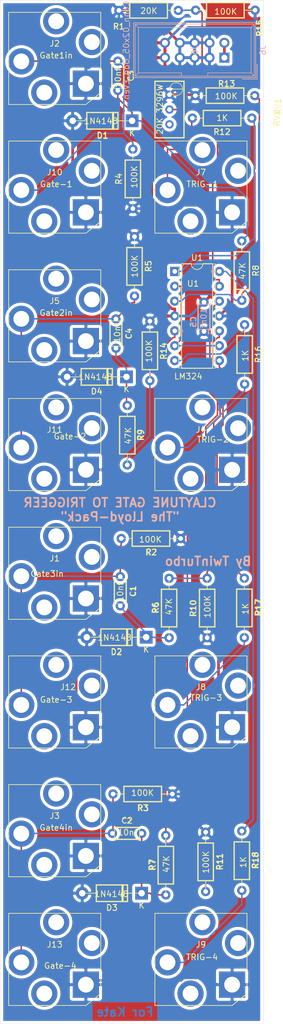
<source format=kicad_pcb>
(kicad_pcb (version 20171130) (host pcbnew "(5.1.5)-3")
  (layers (0 F.Cu signal) (31 B.Cu signal) (34 B.Paste user) (35 F.Paste user) (36 B.SilkS user) (37 F.SilkS user) (38 B.Mask user) (39 F.Mask user) (44 Edge.Cuts user))
  (net 0 "")
  (net 1 "Net-(C1-Pad2)")
  (net 2 GND)
  (net 3 "Net-(C2-Pad2)")
  (net 4 "Net-(C3-Pad2)")
  (net 5 "Net-(J1-PadTN)")
  (net 6 "Net-(J1-PadSN)")
  (net 7 "Net-(J1-PadS)")
  (net 8 "Net-(J2-PadSN)")
  (net 9 "Net-(J2-PadS)")
  (net 10 "Net-(J3-PadTN)")
  (net 11 "Net-(J3-PadSN)")
  (net 12 "Net-(J3-PadS)")
  (net 13 "Net-(J4-PadTN)")
  (net 14 "Net-(J4-PadSN)")
  (net 15 "Net-(J4-PadS)")
  (net 16 "Net-(J5-PadTN)")
  (net 17 "Net-(J5-PadSN)")
  (net 18 "Net-(J5-PadS)")
  (net 19 +12V)
  (net 20 -12V)
  (net 21 "Net-(R1-Pad2)")
  (net 22 Gate3)
  (net 23 Gate4)
  (net 24 Gate1)
  (net 25 Gate2)
  (net 26 "Net-(C4-Pad2)")
  (net 27 "Net-(J2-PadTN)")
  (net 28 Trig2)
  (net 29 "Net-(J7-PadS)")
  (net 30 Trig1)
  (net 31 "Net-(J7-PadSN)")
  (net 32 "Net-(J7-PadTN)")
  (net 33 "Net-(J8-PadS)")
  (net 34 Trig3)
  (net 35 "Net-(J8-PadSN)")
  (net 36 "Net-(J8-PadTN)")
  (net 37 "Net-(J9-PadS)")
  (net 38 Trig4)
  (net 39 "Net-(J9-PadSN)")
  (net 40 "Net-(J9-PadTN)")
  (net 41 "Net-(J10-PadTN)")
  (net 42 "Net-(J10-PadSN)")
  (net 43 "Net-(J10-PadS)")
  (net 44 "Net-(J11-PadTN)")
  (net 45 "Net-(J11-PadSN)")
  (net 46 "Net-(J11-PadS)")
  (net 47 "Net-(J12-PadS)")
  (net 48 "Net-(J12-PadSN)")
  (net 49 "Net-(J12-PadTN)")
  (net 50 "Net-(J13-PadS)")
  (net 51 "Net-(J13-PadSN)")
  (net 52 "Net-(J13-PadTN)")
  (net 53 T3)
  (net 54 T4)
  (net 55 T1)
  (net 56 T2)
  (net 57 "Net-(R12-Pad1)")
  (net 58 "Net-(R16-Pad1)")
  (net 59 "Net-(R17-Pad1)")
  (net 60 "Net-(R18-Pad1)")
  (module ROBSLIBRARY:shoebw-cu (layer F.Cu) (at 64.55 142.9 90)
    (fp_text reference G*** hide)
    (fp_text value LOGO hide)
  )
  (module Capacitor_THT:C_Disc_D4.3mm_W1.9mm_P5.00mm (layer B.Cu) (at 80.26 67 270)
    (fp_text reference C5 (at 3.37 1.82 270) (layer B.SilkS) (effects (justify mirror)))
    (fp_text value 10nf (at 2.73 0.06 270) (layer B.SilkS) (effects (justify mirror)))
    (fp_text user %R (at 3.37 1.78 270) (layer B.SilkS) (effects (font (size 0.86 0.86) (thickness 0.129)) (justify mirror)))
    (pad 2 thru_hole circle (at 5 0 270) (size 1.6 1.6) (drill 0.8) (layers *.Cu *.Mask) (net 2 GND))
    (pad 1 thru_hole circle (at 0 0 270) (size 1.6 1.6) (drill 0.8) (layers *.Cu *.Mask) (net 19 +12V))
  )
  (module Potentiometer_THT:Potentiometer_Bourns_3296W_Vertical (layer F.Cu) (at 74.35 31.53 90)
    (fp_text reference RV1 (at -2.03 18.57 90) (layer F.SilkS))
    (fp_text value "20K 3296W" (at -2.51 -1.64 90) (layer F.SilkS))
    (fp_text user %R (at -4.02 18.38 90) (layer F.SilkS))
    (pad 3 thru_hole circle (at -5.08 0 90) (size 1.44 1.44) (drill 0.8) (layers *.Cu *.Mask))
    (pad 2 thru_hole circle (at -2.54 0 90) (size 1.44 1.44) (drill 0.8) (layers *.Cu *.Mask) (net 21 "Net-(R1-Pad2)"))
    (pad 1 thru_hole circle (at 0 0 90) (size 1.44 1.44) (drill 0.8) (layers *.Cu *.Mask) (net 2 GND))
  )
  (module Capacitor_THT:C_Disc_D4.3mm_W1.9mm_P5.00mm (layer F.Cu) (at 65.9424 113.9025 270)
    (fp_text reference C1 (at 2.5 -2.2 90) (layer F.SilkS))
    (fp_text value 10nf (at 2.6475 0.0124 90) (layer F.SilkS))
    (fp_text user %R (at 2.5275 -2.1476 90) (layer F.SilkS) (effects (font (size 0.86 0.86) (thickness 0.129))))
    (pad 2 thru_hole circle (at 5 0 270) (size 1.6 1.6) (drill 0.8) (layers *.Cu *.Mask) (net 1 "Net-(C1-Pad2)"))
    (pad 1 thru_hole circle (at 0 0 270) (size 1.6 1.6) (drill 0.8) (layers *.Cu *.Mask) (net 22 Gate3))
  )
  (module Capacitor_THT:C_Disc_D4.3mm_W1.9mm_P5.00mm (layer F.Cu) (at 64.5987 157.796)
    (fp_text reference C2 (at 2.5 -2.2) (layer F.SilkS))
    (fp_text value 10nf (at 2.6013 -0.166) (layer F.SilkS))
    (fp_text user %R (at 2.4013 -2.136) (layer F.SilkS) (effects (font (size 0.86 0.86) (thickness 0.129))))
    (pad 1 thru_hole circle (at 0 0) (size 1.6 1.6) (drill 0.8) (layers *.Cu *.Mask) (net 23 Gate4))
    (pad 2 thru_hole circle (at 5 0) (size 1.6 1.6) (drill 0.8) (layers *.Cu *.Mask) (net 3 "Net-(C2-Pad2)"))
  )
  (module Capacitor_THT:C_Disc_D4.3mm_W1.9mm_P5.00mm (layer F.Cu) (at 65.5207 25.8001 270)
    (fp_text reference C3 (at 2.5 -2.2 90) (layer F.SilkS))
    (fp_text value 10nf (at 2.8299 -0.0393 90) (layer F.SilkS))
    (fp_text user %R (at 2.5699 -2.2993 90) (layer F.SilkS) (effects (font (size 0.86 0.86) (thickness 0.129))))
    (pad 2 thru_hole circle (at 5 0 270) (size 1.6 1.6) (drill 0.8) (layers *.Cu *.Mask) (net 4 "Net-(C3-Pad2)"))
    (pad 1 thru_hole circle (at 0 0 270) (size 1.6 1.6) (drill 0.8) (layers *.Cu *.Mask) (net 24 Gate1))
  )
  (module Capacitor_THT:C_Disc_D4.3mm_W1.9mm_P5.00mm (layer F.Cu) (at 65.2007 69.8691 270)
    (fp_text reference C4 (at 2.5 -2.2 90) (layer F.SilkS))
    (fp_text value 10nf (at 2.3309 -0.2293 90) (layer F.SilkS))
    (fp_text user %R (at 2.5209 -2.2293 90) (layer F.SilkS) (effects (font (size 0.86 0.86) (thickness 0.129))))
    (pad 1 thru_hole circle (at 0 0 270) (size 1.6 1.6) (drill 0.8) (layers *.Cu *.Mask) (net 25 Gate2))
    (pad 2 thru_hole circle (at 5 0 270) (size 1.6 1.6) (drill 0.8) (layers *.Cu *.Mask) (net 26 "Net-(C4-Pad2)"))
  )
  (module Diode_THT:D_DO-41_SOD81_P10.16mm_Horizontal (layer F.Cu) (at 67.9617 35.9982 180)
    (fp_text reference D1 (at 5.08 -2.47) (layer F.SilkS))
    (fp_text value 1N4148 (at 5.3417 -0.0418) (layer F.SilkS))
    (fp_text user %R (at 5.0217 -2.5618) (layer F.SilkS))
    (fp_text user K (at 0 -2.1) (layer F.SilkS))
    (fp_text user K (at 0 -2.1) (layer F.SilkS))
    (pad 1 thru_hole rect (at 0 0 180) (size 2.2 2.2) (drill 1.1) (layers *.Cu *.Mask) (net 4 "Net-(C3-Pad2)"))
    (pad 2 thru_hole oval (at 10.16 0 180) (size 2.2 2.2) (drill 1.1) (layers *.Cu *.Mask) (net 2 GND))
  )
  (module Diode_THT:D_DO-41_SOD81_P10.16mm_Horizontal (layer F.Cu) (at 70.3671 124.266 180)
    (fp_text reference D2 (at 5.08 -2.47) (layer F.SilkS))
    (fp_text value 1N4148 (at 5.3971 -0.064) (layer F.SilkS))
    (fp_text user K (at 0 -2.1) (layer F.SilkS))
    (fp_text user K (at 0 -2.1) (layer F.SilkS))
    (fp_text user %R (at 5.0771 -2.554) (layer F.SilkS))
    (pad 2 thru_hole oval (at 10.16 0 180) (size 2.2 2.2) (drill 1.1) (layers *.Cu *.Mask) (net 2 GND))
    (pad 1 thru_hole rect (at 0 0 180) (size 2.2 2.2) (drill 1.1) (layers *.Cu *.Mask) (net 1 "Net-(C1-Pad2)"))
  )
  (module Diode_THT:D_DO-41_SOD81_P10.16mm_Horizontal (layer F.Cu) (at 69.5898 168.022 180)
    (fp_text reference D3 (at 5.08 -2.47) (layer F.SilkS))
    (fp_text value 1N4148 (at 5.1398 -0.138) (layer F.SilkS))
    (fp_text user K (at 0 -2.1) (layer F.SilkS))
    (fp_text user K (at 0 -2.1) (layer F.SilkS))
    (fp_text user %R (at 5.0698 -2.498) (layer F.SilkS))
    (pad 2 thru_hole oval (at 10.16 0 180) (size 2.2 2.2) (drill 1.1) (layers *.Cu *.Mask) (net 2 GND))
    (pad 1 thru_hole rect (at 0 0 180) (size 2.2 2.2) (drill 1.1) (layers *.Cu *.Mask) (net 3 "Net-(C2-Pad2)"))
  )
  (module Diode_THT:D_DO-41_SOD81_P10.16mm_Horizontal (layer F.Cu) (at 67.0041 79.7649 180)
    (fp_text reference D4 (at 5.08 -2.47) (layer F.SilkS))
    (fp_text value 1N4148 (at 5.2941 -0.0151) (layer F.SilkS))
    (fp_text user %R (at 5.1141 -2.4951) (layer F.SilkS))
    (fp_text user K (at 0 -2.1) (layer F.SilkS))
    (fp_text user K (at 0 -2.1) (layer F.SilkS))
    (pad 1 thru_hole rect (at 0 0 180) (size 2.2 2.2) (drill 1.1) (layers *.Cu *.Mask) (net 26 "Net-(C4-Pad2)"))
    (pad 2 thru_hole oval (at 10.16 0 180) (size 2.2 2.2) (drill 1.1) (layers *.Cu *.Mask) (net 2 GND))
  )
  (module ROBSLIBRARY:Jack_6.5mmLMNC (layer F.Cu) (at 56 108)
    (fp_text reference J1 (at -1.27 2.794) (layer F.SilkS))
    (fp_text value Gate3in (at -2.57008 5.4208) (layer F.SilkS))
    (pad G thru_hole rect (at 4.064 9.652) (size 4.5 4.5) (drill 2.7) (layers *.Cu *.Mask) (net 2 GND))
    (pad S thru_hole circle (at -1.016 -1.016) (size 4.5 4.5) (drill 2.7) (layers *.Cu *.Mask) (net 7 "Net-(J1-PadS)"))
    (pad T thru_hole circle (at -6.985 5.842) (size 4.5 4.5) (drill 2.7) (layers *.Cu *.Mask) (net 22 Gate3))
    (pad SN thru_hole circle (at 5.08 2.54) (size 4.5 4.5) (drill 2.7) (layers *.Cu *.Mask) (net 6 "Net-(J1-PadSN)"))
    (pad TN thru_hole circle (at -3.048 11.176) (size 4.5 4.5) (drill 2.7) (layers *.Cu *.Mask) (net 5 "Net-(J1-PadTN)"))
  )
  (module ROBSLIBRARY:Jack_6.5mmLMNC (layer F.Cu) (at 56 20)
    (fp_text reference J2 (at -1.27 2.794) (layer F.SilkS))
    (fp_text value Gate1in (at -1.016 4.826) (layer F.SilkS))
    (pad TN thru_hole circle (at -3.048 11.176) (size 4.5 4.5) (drill 2.7) (layers *.Cu *.Mask) (net 27 "Net-(J2-PadTN)"))
    (pad SN thru_hole circle (at 5.08 2.54) (size 4.5 4.5) (drill 2.7) (layers *.Cu *.Mask) (net 8 "Net-(J2-PadSN)"))
    (pad T thru_hole circle (at -6.985 5.842) (size 4.5 4.5) (drill 2.7) (layers *.Cu *.Mask) (net 24 Gate1))
    (pad S thru_hole circle (at -1.016 -1.016) (size 4.5 4.5) (drill 2.7) (layers *.Cu *.Mask) (net 9 "Net-(J2-PadS)"))
    (pad G thru_hole rect (at 4.064 9.652) (size 4.5 4.5) (drill 2.7) (layers *.Cu *.Mask) (net 2 GND))
  )
  (module ROBSLIBRARY:Jack_6.5mmLMNC (layer F.Cu) (at 56 152)
    (fp_text reference J3 (at -1.27 2.794) (layer F.SilkS))
    (fp_text value Gate4in (at -1.016 4.826) (layer F.SilkS))
    (pad TN thru_hole circle (at -3.048 11.176) (size 4.5 4.5) (drill 2.7) (layers *.Cu *.Mask) (net 10 "Net-(J3-PadTN)"))
    (pad SN thru_hole circle (at 5.08 2.54) (size 4.5 4.5) (drill 2.7) (layers *.Cu *.Mask) (net 11 "Net-(J3-PadSN)"))
    (pad T thru_hole circle (at -6.985 5.842) (size 4.5 4.5) (drill 2.7) (layers *.Cu *.Mask) (net 23 Gate4))
    (pad S thru_hole circle (at -1.016 -1.016) (size 4.5 4.5) (drill 2.7) (layers *.Cu *.Mask) (net 12 "Net-(J3-PadS)"))
    (pad G thru_hole rect (at 4.064 9.652) (size 4.5 4.5) (drill 2.7) (layers *.Cu *.Mask) (net 2 GND))
  )
  (module ROBSLIBRARY:Jack_6.5mmLMNC (layer F.Cu) (at 81 86)
    (fp_text reference J4 (at -1.27 2.794) (layer F.SilkS))
    (fp_text value TRIG-2 (at 0.77406 4.46686) (layer F.SilkS))
    (pad TN thru_hole circle (at -3.048 11.176) (size 4.5 4.5) (drill 2.7) (layers *.Cu *.Mask) (net 13 "Net-(J4-PadTN)"))
    (pad SN thru_hole circle (at 5.08 2.54) (size 4.5 4.5) (drill 2.7) (layers *.Cu *.Mask) (net 14 "Net-(J4-PadSN)"))
    (pad T thru_hole circle (at -6.985 5.842) (size 4.5 4.5) (drill 2.7) (layers *.Cu *.Mask) (net 28 Trig2))
    (pad S thru_hole circle (at -1.016 -1.016) (size 4.5 4.5) (drill 2.7) (layers *.Cu *.Mask) (net 15 "Net-(J4-PadS)"))
    (pad G thru_hole rect (at 4.064 9.652) (size 4.5 4.5) (drill 2.7) (layers *.Cu *.Mask) (net 2 GND))
  )
  (module ROBSLIBRARY:Jack_6.5mmLMNC (layer F.Cu) (at 56 64)
    (fp_text reference J5 (at -1.27 2.794) (layer F.SilkS))
    (fp_text value Gate2in (at -1.016 4.826) (layer F.SilkS))
    (pad TN thru_hole circle (at -3.048 11.176) (size 4.5 4.5) (drill 2.7) (layers *.Cu *.Mask) (net 16 "Net-(J5-PadTN)"))
    (pad SN thru_hole circle (at 5.08 2.54) (size 4.5 4.5) (drill 2.7) (layers *.Cu *.Mask) (net 17 "Net-(J5-PadSN)"))
    (pad T thru_hole circle (at -6.985 5.842) (size 4.5 4.5) (drill 2.7) (layers *.Cu *.Mask) (net 25 Gate2))
    (pad S thru_hole circle (at -1.016 -1.016) (size 4.5 4.5) (drill 2.7) (layers *.Cu *.Mask) (net 18 "Net-(J5-PadS)"))
    (pad G thru_hole rect (at 4.064 9.652) (size 4.5 4.5) (drill 2.7) (layers *.Cu *.Mask) (net 2 GND))
  )
  (module Connector_IDC:IDC-Header_2x05_P2.54mm_Vertical (layer B.Cu) (at 83.7402 25.2057 90)
    (fp_text reference J6 (at 1.27 6.604 90) (layer B.SilkS) (effects (justify mirror)))
    (fp_text value Conn_02x05_Odd_Even (at 1.27 -16.764 90) (layer B.SilkS) (effects (justify mirror)))
    (fp_text user %R (at 1.27 -5.08 90) (layer B.SilkS) (effects (justify mirror)))
    (pad 1 thru_hole rect (at 0 0 90) (size 1.7272 1.7272) (drill 1.016) (layers *.Cu *.Mask) (net 20 -12V))
    (pad 2 thru_hole oval (at 2.54 0 90) (size 1.7272 1.7272) (drill 1.016) (layers *.Cu *.Mask) (net 20 -12V))
    (pad 3 thru_hole oval (at 0 -2.54 90) (size 1.7272 1.7272) (drill 1.016) (layers *.Cu *.Mask) (net 2 GND))
    (pad 4 thru_hole oval (at 2.54 -2.54 90) (size 1.7272 1.7272) (drill 1.016) (layers *.Cu *.Mask) (net 2 GND))
    (pad 5 thru_hole oval (at 0 -5.08 90) (size 1.7272 1.7272) (drill 1.016) (layers *.Cu *.Mask) (net 2 GND))
    (pad 6 thru_hole oval (at 2.54 -5.08 90) (size 1.7272 1.7272) (drill 1.016) (layers *.Cu *.Mask) (net 2 GND))
    (pad 7 thru_hole oval (at 0 -7.62 90) (size 1.7272 1.7272) (drill 1.016) (layers *.Cu *.Mask) (net 2 GND))
    (pad 8 thru_hole oval (at 2.54 -7.62 90) (size 1.7272 1.7272) (drill 1.016) (layers *.Cu *.Mask) (net 2 GND))
    (pad 9 thru_hole oval (at 0 -10.16 90) (size 1.7272 1.7272) (drill 1.016) (layers *.Cu *.Mask) (net 19 +12V))
    (pad 10 thru_hole oval (at 2.54 -10.16 90) (size 1.7272 1.7272) (drill 1.016) (layers *.Cu *.Mask) (net 19 +12V))
  )
  (module ROBSLIBRARY:Jack_6.5mmLMNC (layer F.Cu) (at 81 42)
    (fp_text reference J7 (at -1.27 2.794) (layer F.SilkS))
    (fp_text value TRIG-1 (at -1.016 4.826) (layer F.SilkS))
    (pad G thru_hole rect (at 4.064 9.652) (size 4.5 4.5) (drill 2.7) (layers *.Cu *.Mask) (net 2 GND))
    (pad S thru_hole circle (at -1.016 -1.016) (size 4.5 4.5) (drill 2.7) (layers *.Cu *.Mask) (net 29 "Net-(J7-PadS)"))
    (pad T thru_hole circle (at -6.985 5.842) (size 4.5 4.5) (drill 2.7) (layers *.Cu *.Mask) (net 30 Trig1))
    (pad SN thru_hole circle (at 5.08 2.54) (size 4.5 4.5) (drill 2.7) (layers *.Cu *.Mask) (net 31 "Net-(J7-PadSN)"))
    (pad TN thru_hole circle (at -3.048 11.176) (size 4.5 4.5) (drill 2.7) (layers *.Cu *.Mask) (net 32 "Net-(J7-PadTN)"))
  )
  (module ROBSLIBRARY:Jack_6.5mmLMNC (layer F.Cu) (at 81 130)
    (fp_text reference J8 (at -1.27 2.794) (layer F.SilkS))
    (fp_text value TRIG-3 (at -0.34848 4.6086) (layer F.SilkS))
    (pad G thru_hole rect (at 4.064 9.652) (size 4.5 4.5) (drill 2.7) (layers *.Cu *.Mask) (net 2 GND))
    (pad S thru_hole circle (at -1.016 -1.016) (size 4.5 4.5) (drill 2.7) (layers *.Cu *.Mask) (net 33 "Net-(J8-PadS)"))
    (pad T thru_hole circle (at -6.985 5.842) (size 4.5 4.5) (drill 2.7) (layers *.Cu *.Mask) (net 34 Trig3))
    (pad SN thru_hole circle (at 5.08 2.54) (size 4.5 4.5) (drill 2.7) (layers *.Cu *.Mask) (net 35 "Net-(J8-PadSN)"))
    (pad TN thru_hole circle (at -3.048 11.176) (size 4.5 4.5) (drill 2.7) (layers *.Cu *.Mask) (net 36 "Net-(J8-PadTN)"))
  )
  (module ROBSLIBRARY:Jack_6.5mmLMNC (layer F.Cu) (at 81 174)
    (fp_text reference J9 (at -1.27 2.794) (layer F.SilkS))
    (fp_text value TRIG-4 (at -1.07916 4.94692) (layer F.SilkS))
    (pad G thru_hole rect (at 4.064 9.652) (size 4.5 4.5) (drill 2.7) (layers *.Cu *.Mask) (net 2 GND))
    (pad S thru_hole circle (at -1.016 -1.016) (size 4.5 4.5) (drill 2.7) (layers *.Cu *.Mask) (net 37 "Net-(J9-PadS)"))
    (pad T thru_hole circle (at -6.985 5.842) (size 4.5 4.5) (drill 2.7) (layers *.Cu *.Mask) (net 38 Trig4))
    (pad SN thru_hole circle (at 5.08 2.54) (size 4.5 4.5) (drill 2.7) (layers *.Cu *.Mask) (net 39 "Net-(J9-PadSN)"))
    (pad TN thru_hole circle (at -3.048 11.176) (size 4.5 4.5) (drill 2.7) (layers *.Cu *.Mask) (net 40 "Net-(J9-PadTN)"))
  )
  (module ROBSLIBRARY:Jack_6.5mmLMNC (layer F.Cu) (at 56 42)
    (fp_text reference J10 (at -1.27 2.794) (layer F.SilkS))
    (fp_text value Gate-1 (at -1.016 4.826) (layer F.SilkS))
    (pad TN thru_hole circle (at -3.048 11.176) (size 4.5 4.5) (drill 2.7) (layers *.Cu *.Mask) (net 41 "Net-(J10-PadTN)"))
    (pad SN thru_hole circle (at 5.08 2.54) (size 4.5 4.5) (drill 2.7) (layers *.Cu *.Mask) (net 42 "Net-(J10-PadSN)"))
    (pad T thru_hole circle (at -6.985 5.842) (size 4.5 4.5) (drill 2.7) (layers *.Cu *.Mask) (net 24 Gate1))
    (pad S thru_hole circle (at -1.016 -1.016) (size 4.5 4.5) (drill 2.7) (layers *.Cu *.Mask) (net 43 "Net-(J10-PadS)"))
    (pad G thru_hole rect (at 4.064 9.652) (size 4.5 4.5) (drill 2.7) (layers *.Cu *.Mask) (net 2 GND))
  )
  (module ROBSLIBRARY:Jack_6.5mmLMNC (layer F.Cu) (at 56 86)
    (fp_text reference J11 (at -1.27 2.794) (layer F.SilkS))
    (fp_text value Gate-2 (at 1.33472 3.94476) (layer F.SilkS))
    (pad TN thru_hole circle (at -3.048 11.176) (size 4.5 4.5) (drill 2.7) (layers *.Cu *.Mask) (net 44 "Net-(J11-PadTN)"))
    (pad SN thru_hole circle (at 5.08 2.54) (size 4.5 4.5) (drill 2.7) (layers *.Cu *.Mask) (net 45 "Net-(J11-PadSN)"))
    (pad T thru_hole circle (at -6.985 5.842) (size 4.5 4.5) (drill 2.7) (layers *.Cu *.Mask) (net 25 Gate2))
    (pad S thru_hole circle (at -1.016 -1.016) (size 4.5 4.5) (drill 2.7) (layers *.Cu *.Mask) (net 46 "Net-(J11-PadS)"))
    (pad G thru_hole rect (at 4.064 9.652) (size 4.5 4.5) (drill 2.7) (layers *.Cu *.Mask) (net 2 GND))
  )
  (module ROBSLIBRARY:Jack_6.5mmLMNC (layer F.Cu) (at 56 130)
    (fp_text reference J12 (at 1.01798 2.794) (layer F.SilkS))
    (fp_text value Gate-3 (at -1.016 4.9418) (layer F.SilkS))
    (pad G thru_hole rect (at 4.064 9.652) (size 4.5 4.5) (drill 2.7) (layers *.Cu *.Mask) (net 2 GND))
    (pad S thru_hole circle (at -1.016 -1.016) (size 4.5 4.5) (drill 2.7) (layers *.Cu *.Mask) (net 47 "Net-(J12-PadS)"))
    (pad T thru_hole circle (at -6.985 5.842) (size 4.5 4.5) (drill 2.7) (layers *.Cu *.Mask) (net 22 Gate3))
    (pad SN thru_hole circle (at 5.08 2.54) (size 4.5 4.5) (drill 2.7) (layers *.Cu *.Mask) (net 48 "Net-(J12-PadSN)"))
    (pad TN thru_hole circle (at -3.048 11.176) (size 4.5 4.5) (drill 2.7) (layers *.Cu *.Mask) (net 49 "Net-(J12-PadTN)"))
  )
  (module ROBSLIBRARY:Jack_6.5mmLMNC (layer F.Cu) (at 56 174)
    (fp_text reference J13 (at -1.27 2.794) (layer F.SilkS))
    (fp_text value Gate-4 (at -0.3115 6.41504) (layer F.SilkS))
    (pad G thru_hole rect (at 4.064 9.652) (size 4.5 4.5) (drill 2.7) (layers *.Cu *.Mask) (net 2 GND))
    (pad S thru_hole circle (at -1.016 -1.016) (size 4.5 4.5) (drill 2.7) (layers *.Cu *.Mask) (net 50 "Net-(J13-PadS)"))
    (pad T thru_hole circle (at -6.985 5.842) (size 4.5 4.5) (drill 2.7) (layers *.Cu *.Mask) (net 23 Gate4))
    (pad SN thru_hole circle (at 5.08 2.54) (size 4.5 4.5) (drill 2.7) (layers *.Cu *.Mask) (net 51 "Net-(J13-PadSN)"))
    (pad TN thru_hole circle (at -3.048 11.176) (size 4.5 4.5) (drill 2.7) (layers *.Cu *.Mask) (net 52 "Net-(J13-PadTN)"))
  )
  (module Resistor_THT:R_Axial_DIN0207_L6.3mm_D2.5mm_P10.16mm_Horizontal (layer F.Cu) (at 65.7062 17.126)
    (fp_text reference R1 (at -0.0462 2.754) (layer F.SilkS))
    (fp_text value 20K (at 5.1238 0.084) (layer F.SilkS))
    (fp_text user %R (at 0.0038 2.754) (layer F.SilkS))
    (pad 2 thru_hole oval (at 10.16 0) (size 1.6 1.6) (drill 0.8) (layers *.Cu *.Mask) (net 21 "Net-(R1-Pad2)"))
    (pad 1 thru_hole circle (at 0 0) (size 1.6 1.6) (drill 0.8) (layers *.Cu *.Mask) (net 2 GND))
  )
  (module Resistor_THT:R_Axial_DIN0207_L6.3mm_D2.5mm_P10.16mm_Horizontal (layer F.Cu) (at 76.27 107.3976 180)
    (fp_text reference R2 (at 5.08 -2.37) (layer F.SilkS))
    (fp_text value 100K (at 5.18 -0.1624) (layer F.SilkS))
    (fp_text user %R (at 4.99 -2.3324) (layer F.SilkS))
    (pad 1 thru_hole circle (at 0 0 180) (size 1.6 1.6) (drill 0.8) (layers *.Cu *.Mask) (net 2 GND))
    (pad 2 thru_hole oval (at 10.16 0 180) (size 1.6 1.6) (drill 0.8) (layers *.Cu *.Mask) (net 22 Gate3))
  )
  (module Resistor_THT:R_Axial_DIN0207_L6.3mm_D2.5mm_P10.16mm_Horizontal (layer F.Cu) (at 74.8578 151.065 180)
    (fp_text reference R3 (at 5.08 -2.37) (layer F.SilkS))
    (fp_text value 100K (at 5.1078 0.195) (layer F.SilkS))
    (fp_text user %R (at 4.9878 -2.425) (layer F.SilkS))
    (pad 2 thru_hole oval (at 10.16 0 180) (size 1.6 1.6) (drill 0.8) (layers *.Cu *.Mask) (net 23 Gate4))
    (pad 1 thru_hole circle (at 0 0 180) (size 1.6 1.6) (drill 0.8) (layers *.Cu *.Mask) (net 2 GND))
  )
  (module Resistor_THT:R_Axial_DIN0207_L6.3mm_D2.5mm_P10.16mm_Horizontal (layer F.Cu) (at 68.0938 51.0045 90)
    (fp_text reference R4 (at 5.08 -2.37 90) (layer F.SilkS))
    (fp_text value 100K (at 5.4045 0.2562 90) (layer F.SilkS))
    (fp_text user %R (at 5.0845 -2.4238 90) (layer F.SilkS))
    (pad 2 thru_hole oval (at 10.16 0 90) (size 1.6 1.6) (drill 0.8) (layers *.Cu *.Mask) (net 24 Gate1))
    (pad 1 thru_hole circle (at 0 0 90) (size 1.6 1.6) (drill 0.8) (layers *.Cu *.Mask) (net 2 GND))
  )
  (module Resistor_THT:R_Axial_DIN0207_L6.3mm_D2.5mm_P10.16mm_Horizontal (layer F.Cu) (at 68.3757 55.7975 270)
    (fp_text reference R5 (at 5.08 -2.37 90) (layer F.SilkS))
    (fp_text value 100K (at 5.0725 -0.0443 90) (layer F.SilkS))
    (fp_text user %R (at 5.0225 -2.4043 90) (layer F.SilkS))
    (pad 2 thru_hole oval (at 10.16 0 270) (size 1.6 1.6) (drill 0.8) (layers *.Cu *.Mask) (net 25 Gate2))
    (pad 1 thru_hole circle (at 0 0 270) (size 1.6 1.6) (drill 0.8) (layers *.Cu *.Mask) (net 2 GND))
  )
  (module Resistor_THT:R_Axial_DIN0207_L6.3mm_D2.5mm_P10.16mm_Horizontal (layer F.Cu) (at 74.2914 124.357 90)
    (fp_text reference R6 (at 5.08 -2.37 90) (layer F.SilkS))
    (fp_text value 47K (at 5.317 -0.0114 90) (layer F.SilkS))
    (fp_text user %R (at 5.187 -2.2414 90) (layer F.SilkS))
    (pad 2 thru_hole oval (at 10.16 0 90) (size 1.6 1.6) (drill 0.8) (layers *.Cu *.Mask) (net 53 T3))
    (pad 1 thru_hole circle (at 0 0 90) (size 1.6 1.6) (drill 0.8) (layers *.Cu *.Mask) (net 1 "Net-(C1-Pad2)"))
  )
  (module Resistor_THT:R_Axial_DIN0207_L6.3mm_D2.5mm_P10.16mm_Horizontal (layer F.Cu) (at 73.7275 168.307 90)
    (fp_text reference R7 (at 5.08 -2.37 90) (layer F.SilkS))
    (fp_text value 47K (at 5.257 0.1025 90) (layer F.SilkS))
    (fp_text user %R (at 5.187 -2.1975 90) (layer F.SilkS))
    (pad 1 thru_hole circle (at 0 0 90) (size 1.6 1.6) (drill 0.8) (layers *.Cu *.Mask) (net 3 "Net-(C2-Pad2)"))
    (pad 2 thru_hole oval (at 10.16 0 90) (size 1.6 1.6) (drill 0.8) (layers *.Cu *.Mask) (net 54 T4))
  )
  (module Resistor_THT:R_Axial_DIN0207_L6.3mm_D2.5mm_P10.16mm_Horizontal (layer F.Cu) (at 86.7221 56.5239 270)
    (fp_text reference R8 (at 5.08 -2.37 90) (layer F.SilkS))
    (fp_text value 47K (at 5.1561 -0.1079 90) (layer F.SilkS))
    (fp_text user %R (at 5.0961 -2.4079 90) (layer F.SilkS))
    (pad 1 thru_hole circle (at 0 0 270) (size 1.6 1.6) (drill 0.8) (layers *.Cu *.Mask) (net 4 "Net-(C3-Pad2)"))
    (pad 2 thru_hole oval (at 10.16 0 270) (size 1.6 1.6) (drill 0.8) (layers *.Cu *.Mask) (net 55 T1))
  )
  (module Resistor_THT:R_Axial_DIN0207_L6.3mm_D2.5mm_P10.16mm_Horizontal (layer F.Cu) (at 67.1387 84.6544 270)
    (fp_text reference R9 (at 5.08 -2.37 90) (layer F.SilkS))
    (fp_text value 47K (at 5.1756 -0.1513 90) (layer F.SilkS))
    (fp_text user %R (at 5.0056 -2.2813 90) (layer F.SilkS))
    (pad 1 thru_hole circle (at 0 0 270) (size 1.6 1.6) (drill 0.8) (layers *.Cu *.Mask) (net 26 "Net-(C4-Pad2)"))
    (pad 2 thru_hole oval (at 10.16 0 270) (size 1.6 1.6) (drill 0.8) (layers *.Cu *.Mask) (net 56 T2))
  )
  (module Resistor_THT:R_Axial_DIN0207_L6.3mm_D2.5mm_P10.16mm_Horizontal (layer F.Cu) (at 80.7912 124.357 90)
    (fp_text reference R10 (at 5.08 -2.37 90) (layer F.SilkS))
    (fp_text value 100K (at 5.317 0.0588 90) (layer F.SilkS))
    (fp_text user %R (at 4.997 -2.3712 90) (layer F.SilkS))
    (pad 1 thru_hole circle (at 0 0 90) (size 1.6 1.6) (drill 0.8) (layers *.Cu *.Mask) (net 2 GND))
    (pad 2 thru_hole oval (at 10.16 0 90) (size 1.6 1.6) (drill 0.8) (layers *.Cu *.Mask) (net 53 T3))
  )
  (module Resistor_THT:R_Axial_DIN0207_L6.3mm_D2.5mm_P10.16mm_Horizontal (layer F.Cu) (at 80.5398 157.58 270)
    (fp_text reference R11 (at 5.08 -2.37 90) (layer F.SilkS))
    (fp_text value 100K (at 5.15 -0.0502 90) (layer F.SilkS))
    (fp_text user %R (at 5.03 -2.4702 90) (layer F.SilkS))
    (pad 2 thru_hole oval (at 10.16 0 270) (size 1.6 1.6) (drill 0.8) (layers *.Cu *.Mask) (net 54 T4))
    (pad 1 thru_hole circle (at 0 0 270) (size 1.6 1.6) (drill 0.8) (layers *.Cu *.Mask) (net 2 GND))
  )
  (module Resistor_THT:R_Axial_DIN0207_L6.3mm_D2.5mm_P10.16mm_Horizontal (layer F.Cu) (at 88.43 35.54 180)
    (fp_text reference R12 (at 5.08 -2.37) (layer F.SilkS))
    (fp_text value 1K (at 5.06 0.03) (layer F.SilkS))
    (fp_text user %R (at 5.11 -2.34) (layer F.SilkS))
    (pad 1 thru_hole circle (at 0 0 180) (size 1.6 1.6) (drill 0.8) (layers *.Cu *.Mask) (net 57 "Net-(R12-Pad1)"))
    (pad 2 thru_hole oval (at 10.16 0 180) (size 1.6 1.6) (drill 0.8) (layers *.Cu *.Mask) (net 30 Trig1))
  )
  (module Resistor_THT:R_Axial_DIN0207_L6.3mm_D2.5mm_P10.16mm_Horizontal (layer F.Cu) (at 78.77 31.7)
    (fp_text reference R13 (at 5.37 -2.06) (layer F.SilkS))
    (fp_text value 100K (at 5.28 0.09) (layer F.SilkS))
    (fp_text user %R (at 5.33 -2.01) (layer F.SilkS))
    (pad 1 thru_hole circle (at 0 0) (size 1.6 1.6) (drill 0.8) (layers *.Cu *.Mask) (net 2 GND))
    (pad 2 thru_hole oval (at 10.16 0) (size 1.6 1.6) (drill 0.8) (layers *.Cu *.Mask) (net 55 T1))
  )
  (module Resistor_THT:R_Axial_DIN0207_L6.3mm_D2.5mm_P10.16mm_Horizontal (layer F.Cu) (at 71.0071 70.2399 270)
    (fp_text reference R14 (at 5.08 -2.37 90) (layer F.SilkS))
    (fp_text value 100K (at 5.1401 0.1471 90) (layer F.SilkS))
    (fp_text user %R (at 5.1401 -2.3229 90) (layer F.SilkS))
    (pad 2 thru_hole oval (at 10.16 0 270) (size 1.6 1.6) (drill 0.8) (layers *.Cu *.Mask) (net 56 T2))
    (pad 1 thru_hole circle (at 0 0 270) (size 1.6 1.6) (drill 0.8) (layers *.Cu *.Mask) (net 2 GND))
  )
  (module Resistor_THT:R_Axial_DIN0207_L6.3mm_D2.5mm_P10.16mm_Horizontal (layer F.Cu) (at 78.83034 17.09296)
    (fp_text reference R15 (at 10.90966 3.09704 90) (layer F.SilkS))
    (fp_text value 100K (at 5.13966 0.24704) (layer F.SilkS))
    (fp_text user %R (at 10.99966 3.00704 90) (layer F.SilkS))
    (pad 1 thru_hole circle (at 0 0) (size 1.6 1.6) (drill 0.8) (layers *.Cu *.Mask) (net 21 "Net-(R1-Pad2)"))
    (pad 2 thru_hole oval (at 10.16 0) (size 1.6 1.6) (drill 0.8) (layers *.Cu *.Mask) (net 19 +12V))
  )
  (module Resistor_THT:R_Axial_DIN0207_L6.3mm_D2.5mm_P10.16mm_Horizontal (layer F.Cu) (at 87.2047 70.8521 270)
    (fp_text reference R16 (at 5.08 -2.37 90) (layer F.SilkS))
    (fp_text value 1K (at 5.2979 -0.1153 90) (layer F.SilkS))
    (fp_text user %R (at 5.0779 -2.3253 90) (layer F.SilkS))
    (pad 2 thru_hole oval (at 10.16 0 270) (size 1.6 1.6) (drill 0.8) (layers *.Cu *.Mask) (net 28 Trig2))
    (pad 1 thru_hole circle (at 0 0 270) (size 1.6 1.6) (drill 0.8) (layers *.Cu *.Mask) (net 58 "Net-(R16-Pad1)"))
  )
  (module Resistor_THT:R_Axial_DIN0207_L6.3mm_D2.5mm_P10.16mm_Horizontal (layer F.Cu) (at 87.1514 114.1819 270)
    (fp_text reference R17 (at 5.08 -2.37 90) (layer F.SilkS))
    (fp_text value 1K (at 5.2381 -0.1986 90) (layer F.SilkS))
    (fp_text user %R (at 4.9181 -2.4286 90) (layer F.SilkS))
    (pad 1 thru_hole circle (at 0 0 270) (size 1.6 1.6) (drill 0.8) (layers *.Cu *.Mask) (net 59 "Net-(R17-Pad1)"))
    (pad 2 thru_hole oval (at 10.16 0 270) (size 1.6 1.6) (drill 0.8) (layers *.Cu *.Mask) (net 34 Trig3))
  )
  (module Resistor_THT:R_Axial_DIN0207_L6.3mm_D2.5mm_P10.16mm_Horizontal (layer F.Cu) (at 86.7247 157.385 270)
    (fp_text reference R18 (at 5.08 -2.37 90) (layer F.SilkS))
    (fp_text value 1K (at 5.345 -0.2453 90) (layer F.SilkS))
    (fp_text user %R (at 4.965 -2.2853 90) (layer F.SilkS))
    (pad 2 thru_hole oval (at 10.16 0 270) (size 1.6 1.6) (drill 0.8) (layers *.Cu *.Mask) (net 38 Trig4))
    (pad 1 thru_hole circle (at 0 0 270) (size 1.6 1.6) (drill 0.8) (layers *.Cu *.Mask) (net 60 "Net-(R18-Pad1)"))
  )
  (module Package_DIP:DIP-14_W7.62mm (layer F.Cu) (at 75.2566 61.7436)
    (fp_text reference U1 (at 3.81 -2.33) (layer F.SilkS))
    (fp_text value LM324 (at 2.3134 17.9364) (layer F.SilkS))
    (fp_text user %R (at 3.1334 2.0864) (layer F.SilkS))
    (pad 1 thru_hole rect (at 0 0) (size 1.6 1.6) (drill 0.8) (layers *.Cu *.Mask) (net 57 "Net-(R12-Pad1)"))
    (pad 8 thru_hole oval (at 7.62 15.24) (size 1.6 1.6) (drill 0.8) (layers *.Cu *.Mask) (net 59 "Net-(R17-Pad1)"))
    (pad 2 thru_hole oval (at 0 2.54) (size 1.6 1.6) (drill 0.8) (layers *.Cu *.Mask) (net 21 "Net-(R1-Pad2)"))
    (pad 9 thru_hole oval (at 7.62 12.7) (size 1.6 1.6) (drill 0.8) (layers *.Cu *.Mask) (net 21 "Net-(R1-Pad2)"))
    (pad 3 thru_hole oval (at 0 5.08) (size 1.6 1.6) (drill 0.8) (layers *.Cu *.Mask) (net 55 T1))
    (pad 10 thru_hole oval (at 7.62 10.16) (size 1.6 1.6) (drill 0.8) (layers *.Cu *.Mask) (net 53 T3))
    (pad 4 thru_hole oval (at 0 7.62) (size 1.6 1.6) (drill 0.8) (layers *.Cu *.Mask) (net 19 +12V))
    (pad 11 thru_hole oval (at 7.62 7.62) (size 1.6 1.6) (drill 0.8) (layers *.Cu *.Mask) (net 2 GND))
    (pad 5 thru_hole oval (at 0 10.16) (size 1.6 1.6) (drill 0.8) (layers *.Cu *.Mask) (net 56 T2))
    (pad 12 thru_hole oval (at 7.62 5.08) (size 1.6 1.6) (drill 0.8) (layers *.Cu *.Mask) (net 54 T4))
    (pad 6 thru_hole oval (at 0 12.7) (size 1.6 1.6) (drill 0.8) (layers *.Cu *.Mask) (net 21 "Net-(R1-Pad2)"))
    (pad 13 thru_hole oval (at 7.62 2.54) (size 1.6 1.6) (drill 0.8) (layers *.Cu *.Mask) (net 21 "Net-(R1-Pad2)"))
    (pad 7 thru_hole oval (at 0 15.24) (size 1.6 1.6) (drill 0.8) (layers *.Cu *.Mask) (net 58 "Net-(R16-Pad1)"))
    (pad 14 thru_hole oval (at 7.62 0) (size 1.6 1.6) (drill 0.8) (layers *.Cu *.Mask) (net 60 "Net-(R18-Pad1)"))
  )
  (gr_text "For Kate" (at 66.73 188.34) (layer B.Cu) (effects (font (size 1.5 1.5) (thickness 0.3)) (justify mirror)))
  (gr_text "By TwinTurbo" (at 80.96 111.28) (layer B.SilkS) (effects (font (size 1.5 1.5) (thickness 0.3)) (justify mirror)))
  (gr_text "CLAYTUNE GATE TO TRIGGEER\n\"The Lloyd-Pack\"" (at 65.89 102.47) (layer B.SilkS) (effects (font (size 1.5 1.5) (thickness 0.3)) (justify mirror)))
  (gr_line (start 45.4016 15.37604) (end 45.4016 190.37604) (layer Edge.Cuts) (width 0.05))
  (gr_line (start 45.4016 190.37604) (end 90.4016 190.37604) (layer Edge.Cuts) (width 0.05))
  (gr_line (start 90.4016 190.37604) (end 90.4016 15.37604) (layer Edge.Cuts) (width 0.05))
  (gr_line (start 45.4016 15.37604) (end 90.4016 15.37604) (layer Edge.Cuts) (width 0.05))
  (segment (start 71.0798 124.266) (end 65.9424 119.1286) (width 0.25) (layer B.Cu) (net 1))
  (segment (start 65.9424 119.1286) (end 65.9424 118.9025) (width 0.25) (layer B.Cu) (net 1))
  (segment (start 71.0798 124.266) (end 71.7924 124.266) (width 0.25) (layer B.Cu) (net 1))
  (segment (start 70.3671 124.266) (end 71.0798 124.266) (width 0.25) (layer B.Cu) (net 1))
  (segment (start 74.2914 124.357) (end 71.8834 124.357) (width 0.25) (layer B.Cu) (net 1))
  (segment (start 71.8834 124.357) (end 71.7924 124.266) (width 0.25) (layer B.Cu) (net 1))
  (segment (start 56.8441 80.5275) (end 60.064 77.3076) (width 0.45) (layer B.Cu) (net 2))
  (segment (start 60.064 77.3076) (end 60.064 73.652) (width 0.45) (layer B.Cu) (net 2))
  (segment (start 56.8441 80.5275) (end 56.8441 81.2902) (width 0.45) (layer B.Cu) (net 2))
  (segment (start 56.8441 79.7649) (end 56.8441 80.5275) (width 0.45) (layer B.Cu) (net 2))
  (segment (start 60.064 73.652) (end 62.7393 73.652) (width 0.45) (layer B.Cu) (net 2))
  (segment (start 69.7196 69.0344) (end 69.7196 57.1414) (width 0.45) (layer B.Cu) (net 2))
  (segment (start 69.7196 57.1414) (end 68.3757 55.7975) (width 0.45) (layer B.Cu) (net 2))
  (segment (start 69.7196 69.0344) (end 66.3849 72.3691) (width 0.45) (layer B.Cu) (net 2))
  (segment (start 66.3849 72.3691) (end 64.0222 72.3691) (width 0.45) (layer B.Cu) (net 2))
  (segment (start 64.0222 72.3691) (end 62.7393 73.652) (width 0.45) (layer B.Cu) (net 2))
  (segment (start 71.0071 70.2399) (end 70.9251 70.2399) (width 0.45) (layer B.Cu) (net 2))
  (segment (start 70.9251 70.2399) (end 69.7196 69.0344) (width 0.45) (layer B.Cu) (net 2))
  (segment (start 85.064 51.652) (end 82.3887 51.652) (width 0.45) (layer B.Cu) (net 2))
  (segment (start 68.0938 51.0045) (end 76.1865 51.0045) (width 0.45) (layer B.Cu) (net 2))
  (segment (start 76.1865 51.0045) (end 76.7551 50.4359) (width 0.45) (layer B.Cu) (net 2))
  (segment (start 76.7551 50.4359) (end 81.1726 50.4359) (width 0.45) (layer B.Cu) (net 2))
  (segment (start 81.1726 50.4359) (end 82.3887 51.652) (width 0.45) (layer B.Cu) (net 2))
  (segment (start 66.8223 51.652) (end 67.4698 51.0045) (width 0.45) (layer B.Cu) (net 2))
  (segment (start 67.4698 51.0045) (end 68.0938 51.0045) (width 0.45) (layer B.Cu) (net 2))
  (segment (start 74.8578 151.065) (end 74.5213 151.065) (width 0.45) (layer B.Cu) (net 2))
  (segment (start 74.5213 151.065) (end 63.9343 161.652) (width 0.45) (layer B.Cu) (net 2))
  (segment (start 63.9343 161.652) (end 60.064 161.652) (width 0.45) (layer B.Cu) (net 2))
  (segment (start 76.3263 151.065) (end 74.8578 151.065) (width 0.45) (layer B.Cu) (net 2))
  (segment (start 60.064 117.652) (end 62.7393 117.652) (width 0.45) (layer B.Cu) (net 2))
  (segment (start 73.018 116.678) (end 63.7133 116.678) (width 0.45) (layer B.Cu) (net 2))
  (segment (start 63.7133 116.678) (end 62.7393 117.652) (width 0.45) (layer B.Cu) (net 2))
  (segment (start 80.7912 124.357) (end 73.1122 116.678) (width 0.45) (layer B.Cu) (net 2))
  (segment (start 73.1122 116.678) (end 73.018 116.678) (width 0.45) (layer B.Cu) (net 2))
  (segment (start 76.27 107.3976) (end 73.018 110.6496) (width 0.45) (layer B.Cu) (net 2))
  (segment (start 73.018 110.6496) (end 73.018 116.678) (width 0.45) (layer B.Cu) (net 2))
  (segment (start 76.27 107.1213) (end 76.27 107.3976) (width 0.45) (layer B.Cu) (net 2))
  (segment (start 65.7062 21.8078) (end 65.7062 17.126) (width 0.45) (layer B.Cu) (net 2))
  (segment (start 60.064 26.9767) (end 60.5373 26.9767) (width 0.45) (layer B.Cu) (net 2))
  (segment (start 60.5373 26.9767) (end 65.7062 21.8078) (width 0.45) (layer B.Cu) (net 2))
  (segment (start 66.8223 51.652) (end 66.8223 54.2441) (width 0.45) (layer B.Cu) (net 2))
  (segment (start 66.8223 54.2441) (end 68.3757 55.7975) (width 0.45) (layer B.Cu) (net 2))
  (segment (start 62.7393 51.652) (end 66.8223 51.652) (width 0.45) (layer B.Cu) (net 2))
  (segment (start 60.064 29.652) (end 60.064 26.9767) (width 0.45) (layer B.Cu) (net 2))
  (segment (start 60.064 29.8179) (end 60.064 29.652) (width 0.45) (layer B.Cu) (net 2))
  (segment (start 60.064 29.8179) (end 60.064 32.3273) (width 0.45) (layer B.Cu) (net 2))
  (segment (start 76.1202 22.6657) (end 70.5805 17.126) (width 0.45) (layer F.Cu) (net 2))
  (segment (start 70.5805 17.126) (end 65.7062 17.126) (width 0.45) (layer F.Cu) (net 2))
  (segment (start 60.064 139.652) (end 60.064 136.9767) (width 0.45) (layer F.Cu) (net 2))
  (segment (start 60.2071 124.266) (end 60.2071 125.7913) (width 0.45) (layer F.Cu) (net 2))
  (segment (start 60.2071 125.7913) (end 58.4003 127.5981) (width 0.45) (layer F.Cu) (net 2))
  (segment (start 58.4003 127.5981) (end 58.4003 135.313) (width 0.45) (layer F.Cu) (net 2))
  (segment (start 58.4003 135.313) (end 60.064 136.9767) (width 0.45) (layer F.Cu) (net 2))
  (segment (start 60.064 120.3273) (end 60.2071 120.4704) (width 0.45) (layer F.Cu) (net 2))
  (segment (start 60.2071 120.4704) (end 60.2071 124.266) (width 0.45) (layer F.Cu) (net 2))
  (segment (start 57.8017 35.9982) (end 57.8017 34.4729) (width 0.45) (layer B.Cu) (net 2))
  (segment (start 57.8017 34.4729) (end 59.9473 32.3273) (width 0.45) (layer B.Cu) (net 2))
  (segment (start 59.9473 32.3273) (end 60.064 32.3273) (width 0.45) (layer B.Cu) (net 2))
  (segment (start 60.064 51.652) (end 60.064 48.9767) (width 0.45) (layer F.Cu) (net 2))
  (segment (start 57.8017 35.9982) (end 57.8017 46.7144) (width 0.45) (layer F.Cu) (net 2))
  (segment (start 57.8017 46.7144) (end 60.064 48.9767) (width 0.45) (layer F.Cu) (net 2))
  (segment (start 85.064 183.652) (end 82.3887 183.652) (width 0.45) (layer B.Cu) (net 2))
  (segment (start 60.064 182.922) (end 76.3494 182.922) (width 0.45) (layer B.Cu) (net 2))
  (segment (start 76.3494 182.922) (end 76.7776 182.4938) (width 0.45) (layer B.Cu) (net 2))
  (segment (start 76.7776 182.4938) (end 81.2305 182.4938) (width 0.45) (layer B.Cu) (net 2))
  (segment (start 81.2305 182.4938) (end 82.3887 183.652) (width 0.45) (layer B.Cu) (net 2))
  (segment (start 60.064 182.922) (end 60.064 180.9767) (width 0.45) (layer B.Cu) (net 2))
  (segment (start 60.064 183.652) (end 60.064 182.922) (width 0.45) (layer B.Cu) (net 2))
  (segment (start 76.3263 151.065) (end 85.064 142.3273) (width 0.45) (layer B.Cu) (net 2))
  (segment (start 76.3263 151.065) (end 76.3263 153.3665) (width 0.45) (layer B.Cu) (net 2))
  (segment (start 76.3263 153.3665) (end 80.5398 157.58) (width 0.45) (layer B.Cu) (net 2))
  (segment (start 85.064 98.3273) (end 76.27 107.1213) (width 0.45) (layer B.Cu) (net 2))
  (segment (start 76.27 107.1213) (end 64.8007 95.652) (width 0.45) (layer B.Cu) (net 2))
  (segment (start 64.8007 95.652) (end 62.7393 95.652) (width 0.45) (layer B.Cu) (net 2))
  (segment (start 60.064 95.652) (end 62.7393 95.652) (width 0.45) (layer B.Cu) (net 2))
  (segment (start 60.064 117.652) (end 60.064 120.3273) (width 0.45) (layer F.Cu) (net 2))
  (segment (start 85.064 139.652) (end 85.064 136.9767) (width 0.45) (layer F.Cu) (net 2))
  (segment (start 85.064 136.9767) (end 82.7428 134.6555) (width 0.45) (layer F.Cu) (net 2))
  (segment (start 82.7428 134.6555) (end 82.7428 126.3086) (width 0.45) (layer F.Cu) (net 2))
  (segment (start 82.7428 126.3086) (end 80.7912 124.357) (width 0.45) (layer F.Cu) (net 2))
  (segment (start 59.4298 168.022) (end 59.4298 169.5473) (width 0.45) (layer B.Cu) (net 2))
  (segment (start 60.064 180.9767) (end 58.3888 179.3015) (width 0.45) (layer B.Cu) (net 2))
  (segment (start 58.3888 179.3015) (end 58.3888 170.5883) (width 0.45) (layer B.Cu) (net 2))
  (segment (start 58.3888 170.5883) (end 59.4298 169.5473) (width 0.45) (layer B.Cu) (net 2))
  (segment (start 60.064 161.652) (end 60.064 164.3273) (width 0.45) (layer F.Cu) (net 2))
  (segment (start 60.064 164.3273) (end 59.4298 164.9615) (width 0.45) (layer F.Cu) (net 2))
  (segment (start 59.4298 164.9615) (end 59.4298 168.022) (width 0.45) (layer F.Cu) (net 2))
  (segment (start 85.064 95.652) (end 85.064 98.3273) (width 0.45) (layer B.Cu) (net 2))
  (segment (start 60.064 95.652) (end 60.064 92.9767) (width 0.45) (layer B.Cu) (net 2))
  (segment (start 60.064 92.9767) (end 58.3889 91.3016) (width 0.45) (layer B.Cu) (net 2))
  (segment (start 58.3889 91.3016) (end 58.3889 82.835) (width 0.45) (layer B.Cu) (net 2))
  (segment (start 58.3889 82.835) (end 56.8441 81.2902) (width 0.45) (layer B.Cu) (net 2))
  (segment (start 78.6602 22.6657) (end 81.2002 22.6657) (width 0.45) (layer B.Cu) (net 2))
  (segment (start 76.1202 22.6657) (end 78.6602 22.6657) (width 0.45) (layer B.Cu) (net 2))
  (segment (start 85.064 139.652) (end 85.064 142.3273) (width 0.45) (layer B.Cu) (net 2))
  (segment (start 60.064 51.652) (end 62.7393 51.652) (width 0.45) (layer B.Cu) (net 2))
  (segment (start 76.1202 22.6657) (end 76.1202 25.2057) (width 0.45) (layer F.Cu) (net 2))
  (segment (start 78.6602 22.6657) (end 78.6602 25.2057) (width 0.45) (layer F.Cu) (net 2))
  (segment (start 76.1202 25.2057) (end 78.6602 25.2057) (width 0.25) (layer B.Cu) (net 2))
  (segment (start 78.6602 25.2057) (end 81.2002 25.2057) (width 0.25) (layer B.Cu) (net 2))
  (segment (start 81.2002 22.6657) (end 81.2002 25.2057) (width 0.45) (layer F.Cu) (net 2))
  (segment (start 74.35 31.53) (end 65.7062 21.8078) (width 0.45) (layer B.Cu) (net 2))
  (segment (start 78.6 31.53) (end 78.77 31.7) (width 0.45) (layer F.Cu) (net 2))
  (segment (start 74.35 31.53) (end 78.6 31.53) (width 0.45) (layer F.Cu) (net 2))
  (segment (start 85.064 67.1762) (end 85.064 51.652) (width 0.45) (layer F.Cu) (net 2))
  (segment (start 82.8766 69.3636) (end 85.064 67.1762) (width 0.45) (layer F.Cu) (net 2))
  (segment (start 81.7664 69.3636) (end 82.8766 69.3636) (width 0.45) (layer B.Cu) (net 2))
  (segment (start 81.059999 70.070001) (end 81.7664 69.3636) (width 0.45) (layer B.Cu) (net 2))
  (segment (start 81.059999 71.200001) (end 81.059999 70.070001) (width 0.45) (layer B.Cu) (net 2))
  (segment (start 80.26 72) (end 81.059999 71.200001) (width 0.45) (layer B.Cu) (net 2))
  (segment (start 69.5898 168.022) (end 71.0151 168.022) (width 0.25) (layer F.Cu) (net 3))
  (segment (start 73.7275 168.307) (end 71.3001 168.307) (width 0.25) (layer F.Cu) (net 3))
  (segment (start 71.3001 168.307) (end 71.0151 168.022) (width 0.25) (layer F.Cu) (net 3))
  (segment (start 69.5898 168.022) (end 69.5898 166.5967) (width 0.25) (layer F.Cu) (net 3))
  (segment (start 69.5898 166.5967) (end 69.5987 166.5878) (width 0.25) (layer F.Cu) (net 3))
  (segment (start 69.5987 166.5878) (end 69.5987 157.796) (width 0.25) (layer F.Cu) (net 3))
  (segment (start 67.9617 35.9982) (end 69.387 35.9982) (width 0.25) (layer B.Cu) (net 4))
  (segment (start 86.7221 56.5239) (end 87.6453 55.6007) (width 0.25) (layer B.Cu) (net 4))
  (segment (start 87.6453 55.6007) (end 87.6453 49.2732) (width 0.25) (layer B.Cu) (net 4))
  (segment (start 87.6453 49.2732) (end 85.7797 47.4076) (width 0.25) (layer B.Cu) (net 4))
  (segment (start 85.7797 47.4076) (end 80.7964 47.4076) (width 0.25) (layer B.Cu) (net 4))
  (segment (start 80.7964 47.4076) (end 69.387 35.9982) (width 0.25) (layer B.Cu) (net 4))
  (segment (start 67.9617 35.9982) (end 67.9617 34.5729) (width 0.25) (layer F.Cu) (net 4))
  (segment (start 67.9617 34.5729) (end 65.5207 32.1319) (width 0.25) (layer F.Cu) (net 4))
  (segment (start 65.5207 32.1319) (end 65.5207 30.8001) (width 0.25) (layer F.Cu) (net 4))
  (segment (start 73.5802 25.2057) (end 73.5802 26.4946) (width 0.45) (layer F.Cu) (net 19))
  (segment (start 75.2566 69.3636) (end 75.2566 68.1383) (width 0.45) (layer F.Cu) (net 19))
  (segment (start 75.2566 68.1383) (end 74.7971 68.1383) (width 0.45) (layer F.Cu) (net 19))
  (segment (start 74.7971 68.1383) (end 71.33 64.6712) (width 0.45) (layer F.Cu) (net 19))
  (segment (start 71.33 64.6712) (end 71.33 28.7448) (width 0.45) (layer F.Cu) (net 19))
  (segment (start 71.33 28.7448) (end 73.5802 26.4946) (width 0.45) (layer F.Cu) (net 19))
  (segment (start 73.5802 22.6657) (end 73.5802 25.2057) (width 0.45) (layer F.Cu) (net 19))
  (segment (start 88.99034 18.4925) (end 88.99034 17.09296) (width 0.45) (layer B.Cu) (net 19))
  (segment (start 89.57454 19.0767) (end 88.99034 18.4925) (width 0.45) (layer B.Cu) (net 19))
  (segment (start 73.5802 22.6657) (end 77.1692 19.0767) (width 0.45) (layer B.Cu) (net 19))
  (segment (start 77.1692 19.0767) (end 89.57454 19.0767) (width 0.45) (layer B.Cu) (net 19))
  (segment (start 77.8964 69.3636) (end 80.26 67) (width 0.45) (layer B.Cu) (net 19))
  (segment (start 75.2566 69.3636) (end 77.8964 69.3636) (width 0.45) (layer B.Cu) (net 19))
  (segment (start 83.7402 22.6657) (end 83.7402 25.2057) (width 0.45) (layer F.Cu) (net 20))
  (segment (start 75.2566 74.4436) (end 82.8766 74.4436) (width 0.25) (layer B.Cu) (net 21))
  (segment (start 75.2566 74.4436) (end 76.3819 73.3183) (width 0.25) (layer F.Cu) (net 21))
  (segment (start 76.3819 73.3183) (end 76.3819 64.2836) (width 0.25) (layer F.Cu) (net 21))
  (segment (start 81.7491 62.901) (end 77.7645 62.901) (width 0.25) (layer F.Cu) (net 21))
  (segment (start 77.7645 62.901) (end 76.3819 64.2836) (width 0.25) (layer F.Cu) (net 21))
  (segment (start 82.8766 63.1583) (end 82.0064 63.1583) (width 0.25) (layer F.Cu) (net 21))
  (segment (start 82.0064 63.1583) (end 81.7491 62.901) (width 0.25) (layer F.Cu) (net 21))
  (segment (start 81.7491 62.901) (end 81.7491 43.4161) (width 0.25) (layer F.Cu) (net 21))
  (segment (start 81.7491 43.4161) (end 82.5772 42.588) (width 0.25) (layer F.Cu) (net 21))
  (segment (start 82.5772 30.4926) (end 79.9302 27.8456) (width 0.25) (layer F.Cu) (net 21))
  (segment (start 79.9302 27.8456) (end 79.9302 17.4892) (width 0.25) (layer F.Cu) (net 21))
  (segment (start 75.2566 64.2836) (end 76.3819 64.2836) (width 0.25) (layer F.Cu) (net 21))
  (segment (start 82.8766 64.2836) (end 82.8766 63.1583) (width 0.25) (layer F.Cu) (net 21))
  (segment (start 79.53396 17.09296) (end 79.9302 17.4892) (width 0.25) (layer F.Cu) (net 21))
  (segment (start 78.83034 17.09296) (end 79.53396 17.09296) (width 0.25) (layer F.Cu) (net 21))
  (segment (start 77.02454 17.09296) (end 78.83034 17.09296) (width 0.25) (layer B.Cu) (net 21))
  (segment (start 75.8662 17.126) (end 76.9915 17.126) (width 0.25) (layer B.Cu) (net 21))
  (segment (start 76.9915 17.126) (end 77.02454 17.09296) (width 0.25) (layer B.Cu) (net 21))
  (segment (start 82.5772 42.588) (end 82.53 33.68) (width 0.25) (layer F.Cu) (net 21))
  (segment (start 76.95 33.68) (end 82.53 33.68) (width 0.25) (layer F.Cu) (net 21))
  (segment (start 82.53 33.68) (end 82.5772 30.4926) (width 0.25) (layer F.Cu) (net 21))
  (segment (start 76.56 34.07) (end 74.35 34.07) (width 0.25) (layer F.Cu) (net 21))
  (segment (start 76.95 33.68) (end 76.56 34.07) (width 0.25) (layer F.Cu) (net 21))
  (segment (start 66.11 107.3976) (end 66.11 108.5229) (width 0.25) (layer F.Cu) (net 22))
  (segment (start 66.11 108.5229) (end 65.9424 108.6905) (width 0.25) (layer F.Cu) (net 22))
  (segment (start 65.9424 108.6905) (end 65.9424 113.9025) (width 0.25) (layer F.Cu) (net 22))
  (segment (start 49.015 113.842) (end 65.8819 113.842) (width 0.25) (layer B.Cu) (net 22))
  (segment (start 65.8819 113.842) (end 65.9424 113.9025) (width 0.25) (layer B.Cu) (net 22))
  (segment (start 49.015 135.842) (end 49.015 113.842) (width 0.25) (layer F.Cu) (net 22))
  (segment (start 64.5987 157.796) (end 49.061 157.796) (width 0.25) (layer B.Cu) (net 23))
  (segment (start 49.061 157.796) (end 49.015 157.842) (width 0.25) (layer B.Cu) (net 23))
  (segment (start 49.015 179.842) (end 49.015 157.842) (width 0.25) (layer F.Cu) (net 23))
  (segment (start 64.6978 151.065) (end 64.6978 157.6969) (width 0.25) (layer F.Cu) (net 23))
  (segment (start 64.6978 157.6969) (end 64.5987 157.796) (width 0.25) (layer F.Cu) (net 23))
  (segment (start 66.5363 38.1617) (end 66.5363 31.7733) (width 0.25) (layer B.Cu) (net 24))
  (segment (start 66.5363 31.7733) (end 66.6676 31.642) (width 0.25) (layer B.Cu) (net 24))
  (segment (start 66.6676 31.642) (end 66.6676 26.947) (width 0.25) (layer B.Cu) (net 24))
  (segment (start 66.6676 26.947) (end 65.5207 25.8001) (width 0.25) (layer B.Cu) (net 24))
  (segment (start 68.0938 39.7192) (end 66.5363 38.1617) (width 0.25) (layer B.Cu) (net 24))
  (segment (start 49.015 47.842) (end 51.8362 47.842) (width 0.25) (layer B.Cu) (net 24))
  (segment (start 51.8362 47.842) (end 61.5165 38.1617) (width 0.25) (layer B.Cu) (net 24))
  (segment (start 61.5165 38.1617) (end 66.5363 38.1617) (width 0.25) (layer B.Cu) (net 24))
  (segment (start 68.0938 40.8445) (end 68.0938 39.7192) (width 0.25) (layer B.Cu) (net 24))
  (segment (start 65.5207 25.8001) (end 49.0569 25.8001) (width 0.25) (layer F.Cu) (net 24))
  (segment (start 49.0569 25.8001) (end 49.015 25.842) (width 0.25) (layer F.Cu) (net 24))
  (segment (start 68.3757 65.9575) (end 68.3757 67.0828) (width 0.25) (layer F.Cu) (net 25))
  (segment (start 68.3757 67.0828) (end 67.987 67.0828) (width 0.25) (layer F.Cu) (net 25))
  (segment (start 67.987 67.0828) (end 65.2007 69.8691) (width 0.25) (layer F.Cu) (net 25))
  (segment (start 49.015 69.842) (end 65.1736 69.842) (width 0.25) (layer B.Cu) (net 25))
  (segment (start 65.1736 69.842) (end 65.2007 69.8691) (width 0.25) (layer B.Cu) (net 25))
  (segment (start 49.015 91.842) (end 49.015 69.842) (width 0.25) (layer F.Cu) (net 25))
  (segment (start 67.0041 79.7649) (end 67.0041 78.3396) (width 0.25) (layer B.Cu) (net 26))
  (segment (start 67.0041 78.3396) (end 65.2007 76.5362) (width 0.25) (layer B.Cu) (net 26))
  (segment (start 65.2007 76.5362) (end 65.2007 74.8691) (width 0.25) (layer B.Cu) (net 26))
  (segment (start 67.1387 84.6544) (end 67.0041 84.5198) (width 0.25) (layer F.Cu) (net 26))
  (segment (start 67.0041 84.5198) (end 67.0041 79.7649) (width 0.25) (layer F.Cu) (net 26))
  (segment (start 87.2047 81.0121) (end 87.2047 82.1374) (width 0.25) (layer B.Cu) (net 28))
  (segment (start 87.2047 82.1374) (end 77.5001 91.842) (width 0.25) (layer B.Cu) (net 28))
  (segment (start 77.5001 91.842) (end 74.015 91.842) (width 0.25) (layer B.Cu) (net 28))
  (segment (start 78.1649 35.6197) (end 78.1649 36.745) (width 0.25) (layer F.Cu) (net 30))
  (segment (start 74.015 40.8949) (end 74.015 47.842) (width 0.25) (layer F.Cu) (net 30))
  (segment (start 74.015 40.8949) (end 76.1251 40.8949) (width 0.25) (layer F.Cu) (net 30))
  (segment (start 76.1251 40.8949) (end 77.66 39.36) (width 0.25) (layer F.Cu) (net 30))
  (segment (start 77.66 39.36) (end 77.66 38.45) (width 0.25) (layer F.Cu) (net 30))
  (segment (start 78.1649 37.9451) (end 78.1649 36.745) (width 0.25) (layer F.Cu) (net 30))
  (segment (start 77.66 38.45) (end 78.1649 37.9451) (width 0.25) (layer F.Cu) (net 30))
  (segment (start 87.1514 124.3419) (end 87.1514 125.4674) (width 0.25) (layer B.Cu) (net 34))
  (segment (start 87.1514 125.4674) (end 76.7768 135.842) (width 0.25) (layer B.Cu) (net 34))
  (segment (start 76.7768 135.842) (end 74.015 135.842) (width 0.25) (layer B.Cu) (net 34))
  (segment (start 86.7247 167.545) (end 86.7247 169.9344) (width 0.25) (layer B.Cu) (net 38))
  (segment (start 86.7247 169.9344) (end 76.8171 179.842) (width 0.25) (layer B.Cu) (net 38))
  (segment (start 76.8171 179.842) (end 74.015 179.842) (width 0.25) (layer B.Cu) (net 38))
  (segment (start 80.7912 114.197) (end 80.7912 113.0717) (width 0.25) (layer F.Cu) (net 53))
  (segment (start 80.7912 113.0717) (end 81.9165 111.9464) (width 0.25) (layer F.Cu) (net 53))
  (segment (start 81.9165 111.9464) (end 81.9165 87.5719) (width 0.25) (layer F.Cu) (net 53))
  (segment (start 81.9165 87.5719) (end 83.0096 86.4788) (width 0.25) (layer F.Cu) (net 53))
  (segment (start 83.0096 86.4788) (end 83.0096 82.9071) (width 0.25) (layer F.Cu) (net 53))
  (segment (start 83.0096 82.9071) (end 81.7172 81.6147) (width 0.25) (layer F.Cu) (net 53))
  (segment (start 81.7172 81.6147) (end 81.7172 73.907) (width 0.25) (layer F.Cu) (net 53))
  (segment (start 81.7172 73.907) (end 82.5953 73.0289) (width 0.25) (layer F.Cu) (net 53))
  (segment (start 82.5953 73.0289) (end 82.8766 73.0289) (width 0.25) (layer F.Cu) (net 53))
  (segment (start 80.7912 114.197) (end 74.2914 114.197) (width 0.25) (layer B.Cu) (net 53))
  (segment (start 82.8766 71.9036) (end 82.8766 73.0289) (width 0.25) (layer F.Cu) (net 53))
  (segment (start 73.7275 158.147) (end 73.7275 159.2723) (width 0.25) (layer F.Cu) (net 54))
  (segment (start 73.7275 159.2723) (end 80.5398 166.0846) (width 0.25) (layer F.Cu) (net 54))
  (segment (start 80.5398 166.0846) (end 80.5398 167.74) (width 0.25) (layer F.Cu) (net 54))
  (segment (start 82.8766 66.8236) (end 81.2668 68.4334) (width 0.25) (layer F.Cu) (net 54))
  (segment (start 81.2668 68.4334) (end 81.2668 82.5311) (width 0.25) (layer F.Cu) (net 54))
  (segment (start 81.2668 82.5311) (end 82.5593 83.8236) (width 0.25) (layer F.Cu) (net 54))
  (segment (start 82.5593 83.8236) (end 82.5593 86.2922) (width 0.25) (layer F.Cu) (net 54))
  (segment (start 82.5593 86.2922) (end 80.5661 88.2854) (width 0.25) (layer F.Cu) (net 54))
  (segment (start 80.5661 88.2854) (end 80.5661 99.5261) (width 0.25) (layer F.Cu) (net 54))
  (segment (start 80.5661 99.5261) (end 77.4087 102.6835) (width 0.25) (layer F.Cu) (net 54))
  (segment (start 77.4087 102.6835) (end 77.4087 136.6272) (width 0.25) (layer F.Cu) (net 54))
  (segment (start 77.4087 136.6272) (end 73.7275 140.3084) (width 0.25) (layer F.Cu) (net 54))
  (segment (start 73.7275 140.3084) (end 73.7275 158.147) (width 0.25) (layer F.Cu) (net 54))
  (segment (start 86.7221 66.6839) (end 85.5968 66.6839) (width 0.25) (layer B.Cu) (net 55))
  (segment (start 75.2566 66.8236) (end 76.3819 66.8236) (width 0.25) (layer B.Cu) (net 55))
  (segment (start 76.3819 66.8236) (end 77.5105 65.695) (width 0.25) (layer B.Cu) (net 55))
  (segment (start 77.5105 65.695) (end 84.6079 65.695) (width 0.25) (layer B.Cu) (net 55))
  (segment (start 84.6079 65.695) (end 85.5968 66.6839) (width 0.25) (layer B.Cu) (net 55))
  (segment (start 88.93 31.7) (end 89.48 32.25) (width 0.25) (layer F.Cu) (net 55))
  (segment (start 86.7221 65.5586) (end 86.7221 66.6839) (width 0.25) (layer F.Cu) (net 55))
  (segment (start 89.72 62.5607) (end 86.7221 65.5586) (width 0.25) (layer F.Cu) (net 55))
  (segment (start 89.72 32.25) (end 89.72 62.5607) (width 0.25) (layer F.Cu) (net 55))
  (segment (start 89.48 32.25) (end 89.72 32.25) (width 0.25) (layer F.Cu) (net 55))
  (segment (start 75.2566 71.9036) (end 75.2566 73.0289) (width 0.25) (layer F.Cu) (net 56))
  (segment (start 75.2566 73.0289) (end 74.9753 73.0289) (width 0.25) (layer F.Cu) (net 56))
  (segment (start 74.9753 73.0289) (end 71.0071 76.9971) (width 0.25) (layer F.Cu) (net 56))
  (segment (start 71.0071 76.9971) (end 71.0071 80.3999) (width 0.25) (layer F.Cu) (net 56))
  (segment (start 67.1387 94.8144) (end 67.1387 93.6891) (width 0.25) (layer B.Cu) (net 56))
  (segment (start 67.1387 93.6891) (end 71.0071 89.8207) (width 0.25) (layer B.Cu) (net 56))
  (segment (start 71.0071 89.8207) (end 71.0071 80.3999) (width 0.25) (layer B.Cu) (net 56))
  (segment (start 75.2566 61.7436) (end 76.3819 61.7436) (width 0.25) (layer B.Cu) (net 57))
  (segment (start 76.3819 61.7436) (end 79.0766 59.0489) (width 0.25) (layer B.Cu) (net 57))
  (segment (start 79.0766 59.0489) (end 85.8271 59.0489) (width 0.25) (layer B.Cu) (net 57))
  (segment (start 85.8271 59.0489) (end 88.6683 56.2077) (width 0.25) (layer B.Cu) (net 57))
  (segment (start 88.85 56.1746) (end 88.85 35.93) (width 0.25) (layer B.Cu) (net 57))
  (segment (start 88.6683 35.9631) (end 88.3249 35.6197) (width 0.25) (layer B.Cu) (net 57))
  (segment (start 88.8169 56.2077) (end 88.85 56.1746) (width 0.25) (layer B.Cu) (net 57))
  (segment (start 88.6683 56.2077) (end 88.8169 56.2077) (width 0.25) (layer B.Cu) (net 57))
  (segment (start 75.2566 76.9836) (end 76.3819 76.9836) (width 0.25) (layer B.Cu) (net 58))
  (segment (start 76.3819 76.9836) (end 77.5072 75.8583) (width 0.25) (layer B.Cu) (net 58))
  (segment (start 77.5072 75.8583) (end 83.1316 75.8583) (width 0.25) (layer B.Cu) (net 58))
  (segment (start 83.1316 75.8583) (end 87.2047 71.7852) (width 0.25) (layer B.Cu) (net 58))
  (segment (start 87.2047 71.7852) (end 87.2047 70.8521) (width 0.25) (layer B.Cu) (net 58))
  (segment (start 82.8766 76.9836) (end 82.8766 78.1089) (width 0.25) (layer F.Cu) (net 59))
  (segment (start 82.8766 78.1089) (end 83.5046 78.7369) (width 0.25) (layer F.Cu) (net 59))
  (segment (start 83.5046 78.7369) (end 83.5046 87.9754) (width 0.25) (layer F.Cu) (net 59))
  (segment (start 83.5046 87.9754) (end 82.4886 88.9914) (width 0.25) (layer F.Cu) (net 59))
  (segment (start 82.4886 88.9914) (end 82.4886 109.5191) (width 0.25) (layer F.Cu) (net 59))
  (segment (start 82.4886 109.5191) (end 87.1514 114.1819) (width 0.25) (layer F.Cu) (net 59))
  (segment (start 82.8766 61.7436) (end 84.0019 61.7436) (width 0.25) (layer B.Cu) (net 60))
  (segment (start 84.0019 61.7436) (end 88.6575 66.3992) (width 0.25) (layer B.Cu) (net 60))
  (segment (start 88.6575 66.3992) (end 88.6575 155.4522) (width 0.25) (layer B.Cu) (net 60))
  (segment (start 88.6575 155.4522) (end 86.7247 157.385) (width 0.25) (layer B.Cu) (net 60))
  (zone (net 2) (net_name GND) (layer B.Cu) (connect_pads (clearance 0.508)) (min_thickness 0.254) (fill yes (arc_segments 32) (thermal_gap 0.508) (thermal_bridge_width 0.508))
    (polygon (pts (xy 90.24002 190.07966) (xy 45.51316 190.07966) (xy 45.51316 15.65024) (xy 90.24002 15.65024)))
  )
  (zone (net 19) (net_name +12V) (layer F.Cu) (connect_pads (clearance 0.508)) (min_thickness 0.254) (fill yes (arc_segments 32) (thermal_gap 0.508) (thermal_bridge_width 0.508))
    (polygon (pts (xy 90.25526 190.08728) (xy 45.503 190.08728) (xy 45.503 15.6604) (xy 90.25526 15.6604)))
  )
)
</source>
